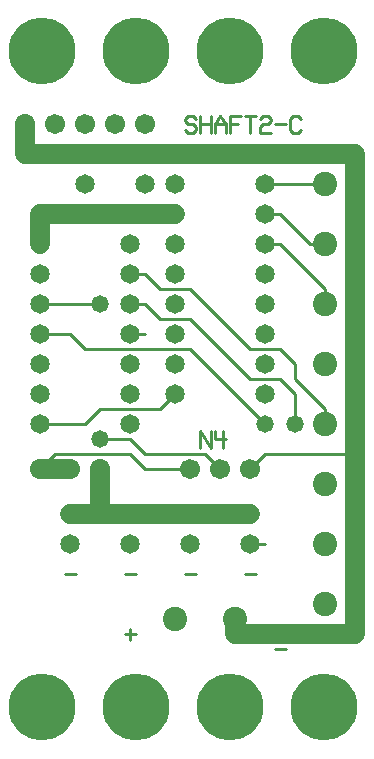
<source format=gtl>
%MOIN*%
%FSLAX25Y25*%
G04 D10 used for Character Trace; *
G04     Circle (OD=.01000) (No hole)*
G04 D11 used for Power Trace; *
G04     Circle (OD=.06700) (No hole)*
G04 D12 used for Signal Trace; *
G04     Circle (OD=.01100) (No hole)*
G04 D13 used for Via; *
G04     Circle (OD=.05800) (Round. Hole ID=.02800)*
G04 D14 used for Component hole; *
G04     Circle (OD=.06500) (Round. Hole ID=.03500)*
G04 D15 used for Component hole; *
G04     Circle (OD=.06700) (Round. Hole ID=.04300)*
G04 D16 used for Component hole; *
G04     Circle (OD=.08100) (Round. Hole ID=.05100)*
G04 D17 used for Component hole; *
G04     Circle (OD=.08900) (Round. Hole ID=.05900)*
G04 D18 used for Component hole; *
G04     Circle (OD=.11300) (Round. Hole ID=.08300)*
G04 D19 used for Component hole; *
G04     Circle (OD=.16000) (Round. Hole ID=.13000)*
G04 D20 used for Component hole; *
G04     Circle (OD=.18300) (Round. Hole ID=.15300)*
G04 D21 used for Component hole; *
G04     Circle (OD=.22291) (Round. Hole ID=.19291)*
%ADD10C,.01000*%
%ADD11C,.06700*%
%ADD12C,.01100*%
%ADD13C,.05800*%
%ADD14C,.06500*%
%ADD15C,.06700*%
%ADD16C,.08100*%
%ADD17C,.08900*%
%ADD18C,.11300*%
%ADD19C,.16000*%
%ADD20C,.18300*%
%ADD21C,.22291*%
%IPPOS*%
%LPD*%
G90*X0Y0D02*D21*X15625Y15625D03*X46875D03*D10*    
X43326Y40000D02*X46674D01*X45000Y41914D02*        
Y38086D01*X43326Y60000D02*X46674D01*X23326D02*    
X26674D01*D16*X60000Y45000D03*D10*X63326Y60000D02*
X66674D01*D14*X65000Y70000D03*X45000D03*X25000D03*
X65000Y80000D03*D11*X45000D01*D14*D03*D11*        
X35000D01*X25000D01*D14*D03*D11*X35000D02*        
Y95000D01*D15*D03*D12*X50000Y100000D02*           
X45000Y105000D01*X50000Y100000D02*X70000D01*      
X75000Y95000D01*D15*D03*X85000D03*D12*            
X90000Y100000D01*X120000D01*D11*Y40000D01*        
X80000D01*Y45000D01*D16*D03*D10*X93326Y35000D02*  
X96674D01*X83326Y60000D02*X86674D01*D12*          
X85000Y70000D02*X90000D01*D14*X85000D03*Y80000D03*
D11*X65000D01*D12*X50000Y95000D02*X65000D01*D15*  
D03*D10*X68326Y102129D02*Y107871D01*              
X71674Y102129D01*Y107871D01*X75837D02*Y102129D01* 
X73326Y107871D02*Y105000D01*X76674D01*D12*        
X50000Y95000D02*X45000Y100000D01*X20000D01*       
X15000Y95000D01*D15*D03*D11*X25000D01*D15*D03*D13*
X35000Y105000D03*D12*X45000D01*D14*Y110000D03*D12*
X35000Y115000D02*X55000D01*X30000Y110000D02*      
X35000Y115000D01*X15000Y110000D02*X30000D01*D14*  
X15000D03*Y120000D03*Y130000D03*D12*              
X30000Y135000D02*X65000D01*X90000Y110000D01*D13*  
D03*D12*X100000D02*Y120000D01*D13*Y110000D03*D14* 
X90000Y120000D03*D16*X110000Y110000D03*D12*       
Y115000D01*X100000Y125000D01*Y130000D01*          
X95000Y135000D01*X85000D01*X65000Y155000D01*      
X55000D01*X50000Y160000D01*X45000D01*D14*D03*D13* 
X35000Y150000D03*D12*X15000D01*D14*D03*D12*       
X30000Y135000D02*X25000Y140000D01*X15000D01*D14*  
D03*Y160000D03*X45000Y170000D03*Y120000D03*       
Y130000D03*Y140000D03*D12*X50000D01*              
X55000Y145000D02*X65000D01*X85000Y125000D01*      
X95000D01*X100000Y120000D01*D16*X110000Y130000D03*
D14*X90000D03*D11*X120000Y100000D02*Y200000D01*   
X50000D01*D13*D03*D11*X10000D01*Y210000D01*D15*   
D03*X20000D03*D14*X30000Y190000D03*D15*Y210000D03*
D21*X15625Y234375D03*D15*X40000Y210000D03*D11*    
X15000Y170000D02*Y180000D01*D14*Y170000D03*D11*   
Y180000D02*X60000D01*D14*D03*X50000Y190000D03*    
X60000D03*Y170000D03*Y160000D03*X90000Y150000D03* 
Y160000D03*X45000Y150000D03*D12*X50000D01*        
X55000Y145000D01*D14*X60000Y140000D03*Y150000D03* 
Y130000D03*Y120000D03*D12*X55000Y115000D01*D14*   
X90000Y140000D03*D16*X110000Y170000D03*D12*       
X105000D01*X95000Y180000D01*X90000D01*D14*D03*    
Y190000D03*D12*X110000D01*D16*D03*D14*            
X90000Y170000D03*D12*X95000D01*X110000Y155000D01* 
Y150000D01*D16*D03*D15*X50000Y210000D03*D16*      
X110000Y90000D03*D10*X66674Y211914D02*            
X65837Y212871D01*X64163D01*X63326Y211914D01*      
Y210957D01*X64163Y210000D01*X65837D01*            
X66674Y209043D01*Y208086D01*X65837Y207129D01*     
X64163D01*X63326Y208086D01*X68326Y207129D02*      
Y212871D01*X71674Y207129D02*Y212871D01*           
X68326Y210000D02*X71674D01*X73326Y207129D02*      
Y210000D01*X75000Y212871D01*X76674Y210000D01*     
Y207129D01*X73326Y210000D02*X76674D01*            
X78326Y207129D02*Y212871D01*X81674D01*            
X78326Y210000D02*X80837D01*X85000Y207129D02*      
Y212871D01*X83326D02*X86674D01*X88326Y211914D02*  
X89163Y212871D01*X90837D01*X91674Y211914D01*      
Y210957D01*X90837Y210000D01*X89163D01*            
X88326Y209043D01*Y207129D01*X91674D01*            
X93326Y210000D02*X96674D01*X101674Y208086D02*     
X100837Y207129D01*X99163D01*X98326Y208086D01*     
Y211914D01*X99163Y212871D01*X100837D01*           
X101674Y211914D01*D16*X110000Y70000D03*D21*       
X109375Y234375D03*X78125D03*X46875D03*D16*        
X110000Y50000D03*D21*X78125Y15625D03*X109375D03*  
M02*                                              

</source>
